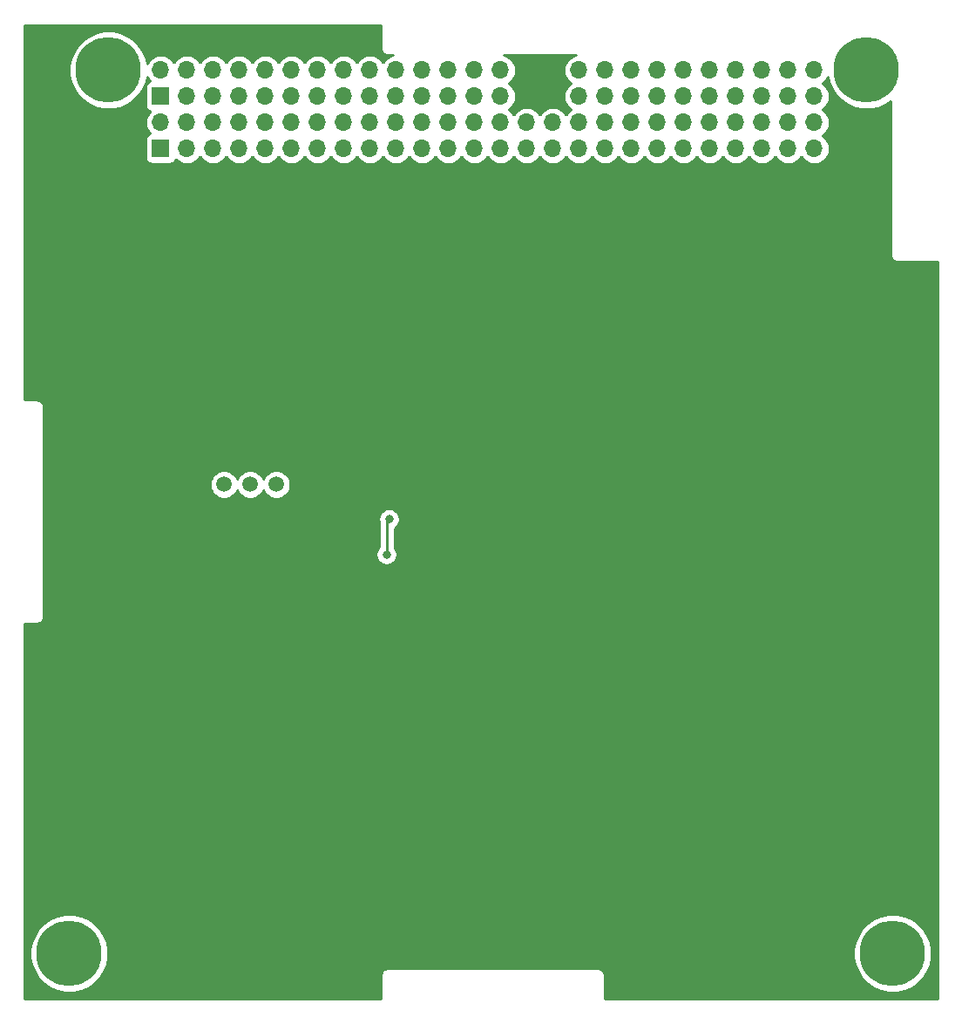
<source format=gbr>
G04 #@! TF.GenerationSoftware,KiCad,Pcbnew,(5.1.4)-1*
G04 #@! TF.CreationDate,2020-04-22T12:28:10-05:00*
G04 #@! TF.ProjectId,Boost,426f6f73-742e-46b6-9963-61645f706362,rev?*
G04 #@! TF.SameCoordinates,Original*
G04 #@! TF.FileFunction,Copper,L2,Bot*
G04 #@! TF.FilePolarity,Positive*
%FSLAX46Y46*%
G04 Gerber Fmt 4.6, Leading zero omitted, Abs format (unit mm)*
G04 Created by KiCad (PCBNEW (5.1.4)-1) date 2020-04-22 12:28:10*
%MOMM*%
%LPD*%
G04 APERTURE LIST*
%ADD10C,1.501000*%
%ADD11O,1.700000X1.700000*%
%ADD12R,1.700000X1.700000*%
%ADD13C,6.350000*%
%ADD14C,0.800000*%
%ADD15C,0.250000*%
%ADD16C,0.254000*%
G04 APERTURE END LIST*
D10*
X121208800Y-95072200D03*
X118668800Y-95072200D03*
X116128800Y-95072200D03*
D11*
X173489081Y-54864935D03*
X173489081Y-57404935D03*
X170949081Y-54864935D03*
X170949081Y-57404935D03*
X168409081Y-54864935D03*
X168409081Y-57404935D03*
X165869081Y-54864935D03*
X165869081Y-57404935D03*
X163329081Y-54864935D03*
X163329081Y-57404935D03*
X160789081Y-54864935D03*
X160789081Y-57404935D03*
X158249081Y-54864935D03*
X158249081Y-57404935D03*
X155709081Y-54864935D03*
X155709081Y-57404935D03*
X153169081Y-54864935D03*
X153169081Y-57404935D03*
X150629081Y-54864935D03*
X150629081Y-57404935D03*
X148089081Y-54864935D03*
X148089081Y-57404935D03*
X145549081Y-54864935D03*
X145549081Y-57404935D03*
X143009081Y-54864935D03*
X143009081Y-57404935D03*
X140469081Y-54864935D03*
X140469081Y-57404935D03*
X137929081Y-54864935D03*
X137929081Y-57404935D03*
X135389081Y-54864935D03*
X135389081Y-57404935D03*
X132849081Y-54864935D03*
X132849081Y-57404935D03*
X130309081Y-54864935D03*
X130309081Y-57404935D03*
X127769081Y-54864935D03*
X127769081Y-57404935D03*
X125229081Y-54864935D03*
X125229081Y-57404935D03*
X122689081Y-54864935D03*
X122689081Y-57404935D03*
X120149081Y-54864935D03*
X120149081Y-57404935D03*
X117609081Y-54864935D03*
X117609081Y-57404935D03*
X115069081Y-54864935D03*
X115069081Y-57404935D03*
X112529081Y-54864935D03*
X112529081Y-57404935D03*
X109989081Y-54864935D03*
D12*
X109989081Y-57404935D03*
D11*
X173489081Y-59944935D03*
X173489081Y-62484935D03*
X170949081Y-59944935D03*
X170949081Y-62484935D03*
X168409081Y-59944935D03*
X168409081Y-62484935D03*
X165869081Y-59944935D03*
X165869081Y-62484935D03*
X163329081Y-59944935D03*
X163329081Y-62484935D03*
X160789081Y-59944935D03*
X160789081Y-62484935D03*
X158249081Y-59944935D03*
X158249081Y-62484935D03*
X155709081Y-59944935D03*
X155709081Y-62484935D03*
X153169081Y-59944935D03*
X153169081Y-62484935D03*
X150629081Y-59944935D03*
X150629081Y-62484935D03*
X148089081Y-59944935D03*
X148089081Y-62484935D03*
X145549081Y-59944935D03*
X145549081Y-62484935D03*
X143009081Y-59944935D03*
X143009081Y-62484935D03*
X140469081Y-59944935D03*
X140469081Y-62484935D03*
X137929081Y-59944935D03*
X137929081Y-62484935D03*
X135389081Y-59944935D03*
X135389081Y-62484935D03*
X132849081Y-59944935D03*
X132849081Y-62484935D03*
X130309081Y-59944935D03*
X130309081Y-62484935D03*
X127769081Y-59944935D03*
X127769081Y-62484935D03*
X125229081Y-59944935D03*
X125229081Y-62484935D03*
X122689081Y-59944935D03*
X122689081Y-62484935D03*
X120149081Y-59944935D03*
X120149081Y-62484935D03*
X117609081Y-59944935D03*
X117609081Y-62484935D03*
X115069081Y-59944935D03*
X115069081Y-62484935D03*
X112529081Y-59944935D03*
X112529081Y-62484935D03*
X109989081Y-59944935D03*
D12*
X109989081Y-62484935D03*
D13*
X181102000Y-140589000D03*
X104902000Y-54864000D03*
X178562000Y-54864000D03*
X101092000Y-140589000D03*
D14*
X128397000Y-78308200D03*
X122682000Y-114046000D03*
X159105600Y-102362000D03*
X151612600Y-90500200D03*
X128676400Y-105511600D03*
X131013200Y-97790000D03*
X104470200Y-77749400D03*
X139801600Y-65709800D03*
X131927600Y-101879400D03*
X132181600Y-98450400D03*
D15*
X140469081Y-62484935D02*
X140970935Y-62484935D01*
X131927600Y-101879400D02*
X131927600Y-98704400D01*
X131927600Y-98704400D02*
X132181600Y-98450400D01*
D16*
G36*
X131370001Y-52670113D02*
G01*
X131366565Y-52705000D01*
X131380273Y-52844184D01*
X131420872Y-52978020D01*
X131486800Y-53101363D01*
X131575525Y-53209475D01*
X131683637Y-53298200D01*
X131806980Y-53364128D01*
X131940816Y-53404727D01*
X132045123Y-53415000D01*
X132080000Y-53418435D01*
X132114877Y-53415000D01*
X132513209Y-53415000D01*
X132278047Y-53486336D01*
X132020067Y-53624229D01*
X131793947Y-53809801D01*
X131608375Y-54035921D01*
X131579081Y-54090726D01*
X131549787Y-54035921D01*
X131364215Y-53809801D01*
X131138095Y-53624229D01*
X130880115Y-53486336D01*
X130600192Y-53401422D01*
X130382031Y-53379935D01*
X130236131Y-53379935D01*
X130017970Y-53401422D01*
X129738047Y-53486336D01*
X129480067Y-53624229D01*
X129253947Y-53809801D01*
X129068375Y-54035921D01*
X129039081Y-54090726D01*
X129009787Y-54035921D01*
X128824215Y-53809801D01*
X128598095Y-53624229D01*
X128340115Y-53486336D01*
X128060192Y-53401422D01*
X127842031Y-53379935D01*
X127696131Y-53379935D01*
X127477970Y-53401422D01*
X127198047Y-53486336D01*
X126940067Y-53624229D01*
X126713947Y-53809801D01*
X126528375Y-54035921D01*
X126499081Y-54090726D01*
X126469787Y-54035921D01*
X126284215Y-53809801D01*
X126058095Y-53624229D01*
X125800115Y-53486336D01*
X125520192Y-53401422D01*
X125302031Y-53379935D01*
X125156131Y-53379935D01*
X124937970Y-53401422D01*
X124658047Y-53486336D01*
X124400067Y-53624229D01*
X124173947Y-53809801D01*
X123988375Y-54035921D01*
X123959081Y-54090726D01*
X123929787Y-54035921D01*
X123744215Y-53809801D01*
X123518095Y-53624229D01*
X123260115Y-53486336D01*
X122980192Y-53401422D01*
X122762031Y-53379935D01*
X122616131Y-53379935D01*
X122397970Y-53401422D01*
X122118047Y-53486336D01*
X121860067Y-53624229D01*
X121633947Y-53809801D01*
X121448375Y-54035921D01*
X121419081Y-54090726D01*
X121389787Y-54035921D01*
X121204215Y-53809801D01*
X120978095Y-53624229D01*
X120720115Y-53486336D01*
X120440192Y-53401422D01*
X120222031Y-53379935D01*
X120076131Y-53379935D01*
X119857970Y-53401422D01*
X119578047Y-53486336D01*
X119320067Y-53624229D01*
X119093947Y-53809801D01*
X118908375Y-54035921D01*
X118879081Y-54090726D01*
X118849787Y-54035921D01*
X118664215Y-53809801D01*
X118438095Y-53624229D01*
X118180115Y-53486336D01*
X117900192Y-53401422D01*
X117682031Y-53379935D01*
X117536131Y-53379935D01*
X117317970Y-53401422D01*
X117038047Y-53486336D01*
X116780067Y-53624229D01*
X116553947Y-53809801D01*
X116368375Y-54035921D01*
X116339081Y-54090726D01*
X116309787Y-54035921D01*
X116124215Y-53809801D01*
X115898095Y-53624229D01*
X115640115Y-53486336D01*
X115360192Y-53401422D01*
X115142031Y-53379935D01*
X114996131Y-53379935D01*
X114777970Y-53401422D01*
X114498047Y-53486336D01*
X114240067Y-53624229D01*
X114013947Y-53809801D01*
X113828375Y-54035921D01*
X113799081Y-54090726D01*
X113769787Y-54035921D01*
X113584215Y-53809801D01*
X113358095Y-53624229D01*
X113100115Y-53486336D01*
X112820192Y-53401422D01*
X112602031Y-53379935D01*
X112456131Y-53379935D01*
X112237970Y-53401422D01*
X111958047Y-53486336D01*
X111700067Y-53624229D01*
X111473947Y-53809801D01*
X111288375Y-54035921D01*
X111259081Y-54090726D01*
X111229787Y-54035921D01*
X111044215Y-53809801D01*
X110818095Y-53624229D01*
X110560115Y-53486336D01*
X110280192Y-53401422D01*
X110062031Y-53379935D01*
X109916131Y-53379935D01*
X109697970Y-53401422D01*
X109418047Y-53486336D01*
X109160067Y-53624229D01*
X108933947Y-53809801D01*
X108748375Y-54035921D01*
X108656221Y-54208329D01*
X108565584Y-53752664D01*
X108278378Y-53059288D01*
X107861420Y-52435267D01*
X107330733Y-51904580D01*
X106706712Y-51487622D01*
X106013336Y-51200416D01*
X105277252Y-51054000D01*
X104526748Y-51054000D01*
X103790664Y-51200416D01*
X103097288Y-51487622D01*
X102473267Y-51904580D01*
X101942580Y-52435267D01*
X101525622Y-53059288D01*
X101238416Y-53752664D01*
X101092000Y-54488748D01*
X101092000Y-55239252D01*
X101238416Y-55975336D01*
X101525622Y-56668712D01*
X101942580Y-57292733D01*
X102473267Y-57823420D01*
X103097288Y-58240378D01*
X103790664Y-58527584D01*
X104526748Y-58674000D01*
X105277252Y-58674000D01*
X106013336Y-58527584D01*
X106706712Y-58240378D01*
X107330733Y-57823420D01*
X107861420Y-57292733D01*
X108278378Y-56668712D01*
X108565584Y-55975336D01*
X108655950Y-55521034D01*
X108748375Y-55693949D01*
X108933947Y-55920069D01*
X108963768Y-55944542D01*
X108894901Y-55965433D01*
X108784587Y-56024398D01*
X108687896Y-56103750D01*
X108608544Y-56200441D01*
X108549579Y-56310755D01*
X108513269Y-56430453D01*
X108501009Y-56554935D01*
X108501009Y-58254935D01*
X108513269Y-58379417D01*
X108549579Y-58499115D01*
X108608544Y-58609429D01*
X108687896Y-58706120D01*
X108784587Y-58785472D01*
X108894901Y-58844437D01*
X108963768Y-58865328D01*
X108933947Y-58889801D01*
X108748375Y-59115921D01*
X108610482Y-59373901D01*
X108525568Y-59653824D01*
X108496896Y-59944935D01*
X108525568Y-60236046D01*
X108610482Y-60515969D01*
X108748375Y-60773949D01*
X108933947Y-61000069D01*
X108963768Y-61024542D01*
X108894901Y-61045433D01*
X108784587Y-61104398D01*
X108687896Y-61183750D01*
X108608544Y-61280441D01*
X108549579Y-61390755D01*
X108513269Y-61510453D01*
X108501009Y-61634935D01*
X108501009Y-63334935D01*
X108513269Y-63459417D01*
X108549579Y-63579115D01*
X108608544Y-63689429D01*
X108687896Y-63786120D01*
X108784587Y-63865472D01*
X108894901Y-63924437D01*
X109014599Y-63960747D01*
X109139081Y-63973007D01*
X110839081Y-63973007D01*
X110963563Y-63960747D01*
X111083261Y-63924437D01*
X111193575Y-63865472D01*
X111290266Y-63786120D01*
X111369618Y-63689429D01*
X111428583Y-63579115D01*
X111449474Y-63510248D01*
X111473947Y-63540069D01*
X111700067Y-63725641D01*
X111958047Y-63863534D01*
X112237970Y-63948448D01*
X112456131Y-63969935D01*
X112602031Y-63969935D01*
X112820192Y-63948448D01*
X113100115Y-63863534D01*
X113358095Y-63725641D01*
X113584215Y-63540069D01*
X113769787Y-63313949D01*
X113799081Y-63259144D01*
X113828375Y-63313949D01*
X114013947Y-63540069D01*
X114240067Y-63725641D01*
X114498047Y-63863534D01*
X114777970Y-63948448D01*
X114996131Y-63969935D01*
X115142031Y-63969935D01*
X115360192Y-63948448D01*
X115640115Y-63863534D01*
X115898095Y-63725641D01*
X116124215Y-63540069D01*
X116309787Y-63313949D01*
X116339081Y-63259144D01*
X116368375Y-63313949D01*
X116553947Y-63540069D01*
X116780067Y-63725641D01*
X117038047Y-63863534D01*
X117317970Y-63948448D01*
X117536131Y-63969935D01*
X117682031Y-63969935D01*
X117900192Y-63948448D01*
X118180115Y-63863534D01*
X118438095Y-63725641D01*
X118664215Y-63540069D01*
X118849787Y-63313949D01*
X118879081Y-63259144D01*
X118908375Y-63313949D01*
X119093947Y-63540069D01*
X119320067Y-63725641D01*
X119578047Y-63863534D01*
X119857970Y-63948448D01*
X120076131Y-63969935D01*
X120222031Y-63969935D01*
X120440192Y-63948448D01*
X120720115Y-63863534D01*
X120978095Y-63725641D01*
X121204215Y-63540069D01*
X121389787Y-63313949D01*
X121419081Y-63259144D01*
X121448375Y-63313949D01*
X121633947Y-63540069D01*
X121860067Y-63725641D01*
X122118047Y-63863534D01*
X122397970Y-63948448D01*
X122616131Y-63969935D01*
X122762031Y-63969935D01*
X122980192Y-63948448D01*
X123260115Y-63863534D01*
X123518095Y-63725641D01*
X123744215Y-63540069D01*
X123929787Y-63313949D01*
X123959081Y-63259144D01*
X123988375Y-63313949D01*
X124173947Y-63540069D01*
X124400067Y-63725641D01*
X124658047Y-63863534D01*
X124937970Y-63948448D01*
X125156131Y-63969935D01*
X125302031Y-63969935D01*
X125520192Y-63948448D01*
X125800115Y-63863534D01*
X126058095Y-63725641D01*
X126284215Y-63540069D01*
X126469787Y-63313949D01*
X126499081Y-63259144D01*
X126528375Y-63313949D01*
X126713947Y-63540069D01*
X126940067Y-63725641D01*
X127198047Y-63863534D01*
X127477970Y-63948448D01*
X127696131Y-63969935D01*
X127842031Y-63969935D01*
X128060192Y-63948448D01*
X128340115Y-63863534D01*
X128598095Y-63725641D01*
X128824215Y-63540069D01*
X129009787Y-63313949D01*
X129039081Y-63259144D01*
X129068375Y-63313949D01*
X129253947Y-63540069D01*
X129480067Y-63725641D01*
X129738047Y-63863534D01*
X130017970Y-63948448D01*
X130236131Y-63969935D01*
X130382031Y-63969935D01*
X130600192Y-63948448D01*
X130880115Y-63863534D01*
X131138095Y-63725641D01*
X131364215Y-63540069D01*
X131549787Y-63313949D01*
X131579081Y-63259144D01*
X131608375Y-63313949D01*
X131793947Y-63540069D01*
X132020067Y-63725641D01*
X132278047Y-63863534D01*
X132557970Y-63948448D01*
X132776131Y-63969935D01*
X132922031Y-63969935D01*
X133140192Y-63948448D01*
X133420115Y-63863534D01*
X133678095Y-63725641D01*
X133904215Y-63540069D01*
X134089787Y-63313949D01*
X134119081Y-63259144D01*
X134148375Y-63313949D01*
X134333947Y-63540069D01*
X134560067Y-63725641D01*
X134818047Y-63863534D01*
X135097970Y-63948448D01*
X135316131Y-63969935D01*
X135462031Y-63969935D01*
X135680192Y-63948448D01*
X135960115Y-63863534D01*
X136218095Y-63725641D01*
X136444215Y-63540069D01*
X136629787Y-63313949D01*
X136659081Y-63259144D01*
X136688375Y-63313949D01*
X136873947Y-63540069D01*
X137100067Y-63725641D01*
X137358047Y-63863534D01*
X137637970Y-63948448D01*
X137856131Y-63969935D01*
X138002031Y-63969935D01*
X138220192Y-63948448D01*
X138500115Y-63863534D01*
X138758095Y-63725641D01*
X138984215Y-63540069D01*
X139169787Y-63313949D01*
X139199081Y-63259144D01*
X139228375Y-63313949D01*
X139413947Y-63540069D01*
X139640067Y-63725641D01*
X139898047Y-63863534D01*
X140177970Y-63948448D01*
X140396131Y-63969935D01*
X140542031Y-63969935D01*
X140760192Y-63948448D01*
X141040115Y-63863534D01*
X141298095Y-63725641D01*
X141524215Y-63540069D01*
X141709787Y-63313949D01*
X141739081Y-63259144D01*
X141768375Y-63313949D01*
X141953947Y-63540069D01*
X142180067Y-63725641D01*
X142438047Y-63863534D01*
X142717970Y-63948448D01*
X142936131Y-63969935D01*
X143082031Y-63969935D01*
X143300192Y-63948448D01*
X143580115Y-63863534D01*
X143838095Y-63725641D01*
X144064215Y-63540069D01*
X144249787Y-63313949D01*
X144279081Y-63259144D01*
X144308375Y-63313949D01*
X144493947Y-63540069D01*
X144720067Y-63725641D01*
X144978047Y-63863534D01*
X145257970Y-63948448D01*
X145476131Y-63969935D01*
X145622031Y-63969935D01*
X145840192Y-63948448D01*
X146120115Y-63863534D01*
X146378095Y-63725641D01*
X146604215Y-63540069D01*
X146789787Y-63313949D01*
X146819081Y-63259144D01*
X146848375Y-63313949D01*
X147033947Y-63540069D01*
X147260067Y-63725641D01*
X147518047Y-63863534D01*
X147797970Y-63948448D01*
X148016131Y-63969935D01*
X148162031Y-63969935D01*
X148380192Y-63948448D01*
X148660115Y-63863534D01*
X148918095Y-63725641D01*
X149144215Y-63540069D01*
X149329787Y-63313949D01*
X149359081Y-63259144D01*
X149388375Y-63313949D01*
X149573947Y-63540069D01*
X149800067Y-63725641D01*
X150058047Y-63863534D01*
X150337970Y-63948448D01*
X150556131Y-63969935D01*
X150702031Y-63969935D01*
X150920192Y-63948448D01*
X151200115Y-63863534D01*
X151458095Y-63725641D01*
X151684215Y-63540069D01*
X151869787Y-63313949D01*
X151899081Y-63259144D01*
X151928375Y-63313949D01*
X152113947Y-63540069D01*
X152340067Y-63725641D01*
X152598047Y-63863534D01*
X152877970Y-63948448D01*
X153096131Y-63969935D01*
X153242031Y-63969935D01*
X153460192Y-63948448D01*
X153740115Y-63863534D01*
X153998095Y-63725641D01*
X154224215Y-63540069D01*
X154409787Y-63313949D01*
X154439081Y-63259144D01*
X154468375Y-63313949D01*
X154653947Y-63540069D01*
X154880067Y-63725641D01*
X155138047Y-63863534D01*
X155417970Y-63948448D01*
X155636131Y-63969935D01*
X155782031Y-63969935D01*
X156000192Y-63948448D01*
X156280115Y-63863534D01*
X156538095Y-63725641D01*
X156764215Y-63540069D01*
X156949787Y-63313949D01*
X156979081Y-63259144D01*
X157008375Y-63313949D01*
X157193947Y-63540069D01*
X157420067Y-63725641D01*
X157678047Y-63863534D01*
X157957970Y-63948448D01*
X158176131Y-63969935D01*
X158322031Y-63969935D01*
X158540192Y-63948448D01*
X158820115Y-63863534D01*
X159078095Y-63725641D01*
X159304215Y-63540069D01*
X159489787Y-63313949D01*
X159519081Y-63259144D01*
X159548375Y-63313949D01*
X159733947Y-63540069D01*
X159960067Y-63725641D01*
X160218047Y-63863534D01*
X160497970Y-63948448D01*
X160716131Y-63969935D01*
X160862031Y-63969935D01*
X161080192Y-63948448D01*
X161360115Y-63863534D01*
X161618095Y-63725641D01*
X161844215Y-63540069D01*
X162029787Y-63313949D01*
X162059081Y-63259144D01*
X162088375Y-63313949D01*
X162273947Y-63540069D01*
X162500067Y-63725641D01*
X162758047Y-63863534D01*
X163037970Y-63948448D01*
X163256131Y-63969935D01*
X163402031Y-63969935D01*
X163620192Y-63948448D01*
X163900115Y-63863534D01*
X164158095Y-63725641D01*
X164384215Y-63540069D01*
X164569787Y-63313949D01*
X164599081Y-63259144D01*
X164628375Y-63313949D01*
X164813947Y-63540069D01*
X165040067Y-63725641D01*
X165298047Y-63863534D01*
X165577970Y-63948448D01*
X165796131Y-63969935D01*
X165942031Y-63969935D01*
X166160192Y-63948448D01*
X166440115Y-63863534D01*
X166698095Y-63725641D01*
X166924215Y-63540069D01*
X167109787Y-63313949D01*
X167139081Y-63259144D01*
X167168375Y-63313949D01*
X167353947Y-63540069D01*
X167580067Y-63725641D01*
X167838047Y-63863534D01*
X168117970Y-63948448D01*
X168336131Y-63969935D01*
X168482031Y-63969935D01*
X168700192Y-63948448D01*
X168980115Y-63863534D01*
X169238095Y-63725641D01*
X169464215Y-63540069D01*
X169649787Y-63313949D01*
X169679081Y-63259144D01*
X169708375Y-63313949D01*
X169893947Y-63540069D01*
X170120067Y-63725641D01*
X170378047Y-63863534D01*
X170657970Y-63948448D01*
X170876131Y-63969935D01*
X171022031Y-63969935D01*
X171240192Y-63948448D01*
X171520115Y-63863534D01*
X171778095Y-63725641D01*
X172004215Y-63540069D01*
X172189787Y-63313949D01*
X172219081Y-63259144D01*
X172248375Y-63313949D01*
X172433947Y-63540069D01*
X172660067Y-63725641D01*
X172918047Y-63863534D01*
X173197970Y-63948448D01*
X173416131Y-63969935D01*
X173562031Y-63969935D01*
X173780192Y-63948448D01*
X174060115Y-63863534D01*
X174318095Y-63725641D01*
X174544215Y-63540069D01*
X174729787Y-63313949D01*
X174867680Y-63055969D01*
X174952594Y-62776046D01*
X174981266Y-62484935D01*
X174952594Y-62193824D01*
X174867680Y-61913901D01*
X174729787Y-61655921D01*
X174544215Y-61429801D01*
X174318095Y-61244229D01*
X174263290Y-61214935D01*
X174318095Y-61185641D01*
X174544215Y-61000069D01*
X174729787Y-60773949D01*
X174867680Y-60515969D01*
X174952594Y-60236046D01*
X174981266Y-59944935D01*
X174952594Y-59653824D01*
X174867680Y-59373901D01*
X174729787Y-59115921D01*
X174544215Y-58889801D01*
X174318095Y-58704229D01*
X174263290Y-58674935D01*
X174318095Y-58645641D01*
X174544215Y-58460069D01*
X174729787Y-58233949D01*
X174867680Y-57975969D01*
X174952594Y-57696046D01*
X174981266Y-57404935D01*
X174952594Y-57113824D01*
X174867680Y-56833901D01*
X174729787Y-56575921D01*
X174544215Y-56349801D01*
X174318095Y-56164229D01*
X174263290Y-56134935D01*
X174318095Y-56105641D01*
X174544215Y-55920069D01*
X174729787Y-55693949D01*
X174811891Y-55540344D01*
X174898416Y-55975336D01*
X175185622Y-56668712D01*
X175602580Y-57292733D01*
X176133267Y-57823420D01*
X176757288Y-58240378D01*
X177450664Y-58527584D01*
X178186748Y-58674000D01*
X178937252Y-58674000D01*
X179673336Y-58527584D01*
X180366712Y-58240378D01*
X180900000Y-57884046D01*
X180900001Y-72736113D01*
X180896565Y-72771000D01*
X180910273Y-72910184D01*
X180950872Y-73044020D01*
X181016800Y-73167363D01*
X181105525Y-73275475D01*
X181213637Y-73364200D01*
X181336980Y-73430128D01*
X181470816Y-73470727D01*
X181575123Y-73481000D01*
X181610000Y-73484435D01*
X181644877Y-73481000D01*
X185472000Y-73481000D01*
X185472001Y-144959000D01*
X153110000Y-144959000D01*
X153110000Y-142782877D01*
X153113435Y-142748000D01*
X153099727Y-142608816D01*
X153059128Y-142474980D01*
X152993200Y-142351637D01*
X152904475Y-142243525D01*
X152796363Y-142154800D01*
X152673020Y-142088872D01*
X152539184Y-142048273D01*
X152434877Y-142038000D01*
X152400000Y-142034565D01*
X152365123Y-142038000D01*
X132114877Y-142038000D01*
X132080000Y-142034565D01*
X132045123Y-142038000D01*
X131940816Y-142048273D01*
X131806980Y-142088872D01*
X131683637Y-142154800D01*
X131575525Y-142243525D01*
X131486800Y-142351637D01*
X131420872Y-142474980D01*
X131380273Y-142608816D01*
X131366565Y-142748000D01*
X131370001Y-142782887D01*
X131370000Y-144959000D01*
X96722000Y-144959000D01*
X96722000Y-140213748D01*
X97282000Y-140213748D01*
X97282000Y-140964252D01*
X97428416Y-141700336D01*
X97715622Y-142393712D01*
X98132580Y-143017733D01*
X98663267Y-143548420D01*
X99287288Y-143965378D01*
X99980664Y-144252584D01*
X100716748Y-144399000D01*
X101467252Y-144399000D01*
X102203336Y-144252584D01*
X102896712Y-143965378D01*
X103520733Y-143548420D01*
X104051420Y-143017733D01*
X104468378Y-142393712D01*
X104755584Y-141700336D01*
X104902000Y-140964252D01*
X104902000Y-140213748D01*
X177292000Y-140213748D01*
X177292000Y-140964252D01*
X177438416Y-141700336D01*
X177725622Y-142393712D01*
X178142580Y-143017733D01*
X178673267Y-143548420D01*
X179297288Y-143965378D01*
X179990664Y-144252584D01*
X180726748Y-144399000D01*
X181477252Y-144399000D01*
X182213336Y-144252584D01*
X182906712Y-143965378D01*
X183530733Y-143548420D01*
X184061420Y-143017733D01*
X184478378Y-142393712D01*
X184765584Y-141700336D01*
X184912000Y-140964252D01*
X184912000Y-140213748D01*
X184765584Y-139477664D01*
X184478378Y-138784288D01*
X184061420Y-138160267D01*
X183530733Y-137629580D01*
X182906712Y-137212622D01*
X182213336Y-136925416D01*
X181477252Y-136779000D01*
X180726748Y-136779000D01*
X179990664Y-136925416D01*
X179297288Y-137212622D01*
X178673267Y-137629580D01*
X178142580Y-138160267D01*
X177725622Y-138784288D01*
X177438416Y-139477664D01*
X177292000Y-140213748D01*
X104902000Y-140213748D01*
X104755584Y-139477664D01*
X104468378Y-138784288D01*
X104051420Y-138160267D01*
X103520733Y-137629580D01*
X102896712Y-137212622D01*
X102203336Y-136925416D01*
X101467252Y-136779000D01*
X100716748Y-136779000D01*
X99980664Y-136925416D01*
X99287288Y-137212622D01*
X98663267Y-137629580D01*
X98132580Y-138160267D01*
X97715622Y-138784288D01*
X97428416Y-139477664D01*
X97282000Y-140213748D01*
X96722000Y-140213748D01*
X96722000Y-108583800D01*
X97882123Y-108583800D01*
X97917000Y-108587235D01*
X97951877Y-108583800D01*
X98056184Y-108573527D01*
X98190020Y-108532928D01*
X98313363Y-108467000D01*
X98421475Y-108378275D01*
X98510200Y-108270163D01*
X98576128Y-108146820D01*
X98616727Y-108012984D01*
X98630435Y-107873800D01*
X98627000Y-107838923D01*
X98627000Y-101777461D01*
X130892600Y-101777461D01*
X130892600Y-101981339D01*
X130932374Y-102181298D01*
X131010395Y-102369656D01*
X131123663Y-102539174D01*
X131267826Y-102683337D01*
X131437344Y-102796605D01*
X131625702Y-102874626D01*
X131825661Y-102914400D01*
X132029539Y-102914400D01*
X132229498Y-102874626D01*
X132417856Y-102796605D01*
X132587374Y-102683337D01*
X132731537Y-102539174D01*
X132844805Y-102369656D01*
X132922826Y-102181298D01*
X132962600Y-101981339D01*
X132962600Y-101777461D01*
X132922826Y-101577502D01*
X132844805Y-101389144D01*
X132731537Y-101219626D01*
X132687600Y-101175689D01*
X132687600Y-99357085D01*
X132841374Y-99254337D01*
X132985537Y-99110174D01*
X133098805Y-98940656D01*
X133176826Y-98752298D01*
X133216600Y-98552339D01*
X133216600Y-98348461D01*
X133176826Y-98148502D01*
X133098805Y-97960144D01*
X132985537Y-97790626D01*
X132841374Y-97646463D01*
X132671856Y-97533195D01*
X132483498Y-97455174D01*
X132283539Y-97415400D01*
X132079661Y-97415400D01*
X131879702Y-97455174D01*
X131691344Y-97533195D01*
X131521826Y-97646463D01*
X131377663Y-97790626D01*
X131264395Y-97960144D01*
X131186374Y-98148502D01*
X131146600Y-98348461D01*
X131146600Y-98552339D01*
X131168204Y-98660949D01*
X131163924Y-98704400D01*
X131167601Y-98741732D01*
X131167600Y-101175689D01*
X131123663Y-101219626D01*
X131010395Y-101389144D01*
X130932374Y-101577502D01*
X130892600Y-101777461D01*
X98627000Y-101777461D01*
X98627000Y-94935740D01*
X114743300Y-94935740D01*
X114743300Y-95208660D01*
X114796544Y-95476335D01*
X114900986Y-95728480D01*
X115052612Y-95955405D01*
X115245595Y-96148388D01*
X115472520Y-96300014D01*
X115724665Y-96404456D01*
X115992340Y-96457700D01*
X116265260Y-96457700D01*
X116532935Y-96404456D01*
X116785080Y-96300014D01*
X117012005Y-96148388D01*
X117204988Y-95955405D01*
X117356614Y-95728480D01*
X117398800Y-95626634D01*
X117440986Y-95728480D01*
X117592612Y-95955405D01*
X117785595Y-96148388D01*
X118012520Y-96300014D01*
X118264665Y-96404456D01*
X118532340Y-96457700D01*
X118805260Y-96457700D01*
X119072935Y-96404456D01*
X119325080Y-96300014D01*
X119552005Y-96148388D01*
X119744988Y-95955405D01*
X119896614Y-95728480D01*
X119938800Y-95626634D01*
X119980986Y-95728480D01*
X120132612Y-95955405D01*
X120325595Y-96148388D01*
X120552520Y-96300014D01*
X120804665Y-96404456D01*
X121072340Y-96457700D01*
X121345260Y-96457700D01*
X121612935Y-96404456D01*
X121865080Y-96300014D01*
X122092005Y-96148388D01*
X122284988Y-95955405D01*
X122436614Y-95728480D01*
X122541056Y-95476335D01*
X122594300Y-95208660D01*
X122594300Y-94935740D01*
X122541056Y-94668065D01*
X122436614Y-94415920D01*
X122284988Y-94188995D01*
X122092005Y-93996012D01*
X121865080Y-93844386D01*
X121612935Y-93739944D01*
X121345260Y-93686700D01*
X121072340Y-93686700D01*
X120804665Y-93739944D01*
X120552520Y-93844386D01*
X120325595Y-93996012D01*
X120132612Y-94188995D01*
X119980986Y-94415920D01*
X119938800Y-94517766D01*
X119896614Y-94415920D01*
X119744988Y-94188995D01*
X119552005Y-93996012D01*
X119325080Y-93844386D01*
X119072935Y-93739944D01*
X118805260Y-93686700D01*
X118532340Y-93686700D01*
X118264665Y-93739944D01*
X118012520Y-93844386D01*
X117785595Y-93996012D01*
X117592612Y-94188995D01*
X117440986Y-94415920D01*
X117398800Y-94517766D01*
X117356614Y-94415920D01*
X117204988Y-94188995D01*
X117012005Y-93996012D01*
X116785080Y-93844386D01*
X116532935Y-93739944D01*
X116265260Y-93686700D01*
X115992340Y-93686700D01*
X115724665Y-93739944D01*
X115472520Y-93844386D01*
X115245595Y-93996012D01*
X115052612Y-94188995D01*
X114900986Y-94415920D01*
X114796544Y-94668065D01*
X114743300Y-94935740D01*
X98627000Y-94935740D01*
X98627000Y-87614077D01*
X98630435Y-87579200D01*
X98616727Y-87440016D01*
X98576128Y-87306180D01*
X98510200Y-87182837D01*
X98421475Y-87074725D01*
X98313363Y-86986000D01*
X98190020Y-86920072D01*
X98056184Y-86879473D01*
X97951877Y-86869200D01*
X97917000Y-86865765D01*
X97882123Y-86869200D01*
X96722000Y-86869200D01*
X96722000Y-50494000D01*
X131370000Y-50494000D01*
X131370001Y-52670113D01*
X131370001Y-52670113D01*
G37*
X131370001Y-52670113D02*
X131366565Y-52705000D01*
X131380273Y-52844184D01*
X131420872Y-52978020D01*
X131486800Y-53101363D01*
X131575525Y-53209475D01*
X131683637Y-53298200D01*
X131806980Y-53364128D01*
X131940816Y-53404727D01*
X132045123Y-53415000D01*
X132080000Y-53418435D01*
X132114877Y-53415000D01*
X132513209Y-53415000D01*
X132278047Y-53486336D01*
X132020067Y-53624229D01*
X131793947Y-53809801D01*
X131608375Y-54035921D01*
X131579081Y-54090726D01*
X131549787Y-54035921D01*
X131364215Y-53809801D01*
X131138095Y-53624229D01*
X130880115Y-53486336D01*
X130600192Y-53401422D01*
X130382031Y-53379935D01*
X130236131Y-53379935D01*
X130017970Y-53401422D01*
X129738047Y-53486336D01*
X129480067Y-53624229D01*
X129253947Y-53809801D01*
X129068375Y-54035921D01*
X129039081Y-54090726D01*
X129009787Y-54035921D01*
X128824215Y-53809801D01*
X128598095Y-53624229D01*
X128340115Y-53486336D01*
X128060192Y-53401422D01*
X127842031Y-53379935D01*
X127696131Y-53379935D01*
X127477970Y-53401422D01*
X127198047Y-53486336D01*
X126940067Y-53624229D01*
X126713947Y-53809801D01*
X126528375Y-54035921D01*
X126499081Y-54090726D01*
X126469787Y-54035921D01*
X126284215Y-53809801D01*
X126058095Y-53624229D01*
X125800115Y-53486336D01*
X125520192Y-53401422D01*
X125302031Y-53379935D01*
X125156131Y-53379935D01*
X124937970Y-53401422D01*
X124658047Y-53486336D01*
X124400067Y-53624229D01*
X124173947Y-53809801D01*
X123988375Y-54035921D01*
X123959081Y-54090726D01*
X123929787Y-54035921D01*
X123744215Y-53809801D01*
X123518095Y-53624229D01*
X123260115Y-53486336D01*
X122980192Y-53401422D01*
X122762031Y-53379935D01*
X122616131Y-53379935D01*
X122397970Y-53401422D01*
X122118047Y-53486336D01*
X121860067Y-53624229D01*
X121633947Y-53809801D01*
X121448375Y-54035921D01*
X121419081Y-54090726D01*
X121389787Y-54035921D01*
X121204215Y-53809801D01*
X120978095Y-53624229D01*
X120720115Y-53486336D01*
X120440192Y-53401422D01*
X120222031Y-53379935D01*
X120076131Y-53379935D01*
X119857970Y-53401422D01*
X119578047Y-53486336D01*
X119320067Y-53624229D01*
X119093947Y-53809801D01*
X118908375Y-54035921D01*
X118879081Y-54090726D01*
X118849787Y-54035921D01*
X118664215Y-53809801D01*
X118438095Y-53624229D01*
X118180115Y-53486336D01*
X117900192Y-53401422D01*
X117682031Y-53379935D01*
X117536131Y-53379935D01*
X117317970Y-53401422D01*
X117038047Y-53486336D01*
X116780067Y-53624229D01*
X116553947Y-53809801D01*
X116368375Y-54035921D01*
X116339081Y-54090726D01*
X116309787Y-54035921D01*
X116124215Y-53809801D01*
X115898095Y-53624229D01*
X115640115Y-53486336D01*
X115360192Y-53401422D01*
X115142031Y-53379935D01*
X114996131Y-53379935D01*
X114777970Y-53401422D01*
X114498047Y-53486336D01*
X114240067Y-53624229D01*
X114013947Y-53809801D01*
X113828375Y-54035921D01*
X113799081Y-54090726D01*
X113769787Y-54035921D01*
X113584215Y-53809801D01*
X113358095Y-53624229D01*
X113100115Y-53486336D01*
X112820192Y-53401422D01*
X112602031Y-53379935D01*
X112456131Y-53379935D01*
X112237970Y-53401422D01*
X111958047Y-53486336D01*
X111700067Y-53624229D01*
X111473947Y-53809801D01*
X111288375Y-54035921D01*
X111259081Y-54090726D01*
X111229787Y-54035921D01*
X111044215Y-53809801D01*
X110818095Y-53624229D01*
X110560115Y-53486336D01*
X110280192Y-53401422D01*
X110062031Y-53379935D01*
X109916131Y-53379935D01*
X109697970Y-53401422D01*
X109418047Y-53486336D01*
X109160067Y-53624229D01*
X108933947Y-53809801D01*
X108748375Y-54035921D01*
X108656221Y-54208329D01*
X108565584Y-53752664D01*
X108278378Y-53059288D01*
X107861420Y-52435267D01*
X107330733Y-51904580D01*
X106706712Y-51487622D01*
X106013336Y-51200416D01*
X105277252Y-51054000D01*
X104526748Y-51054000D01*
X103790664Y-51200416D01*
X103097288Y-51487622D01*
X102473267Y-51904580D01*
X101942580Y-52435267D01*
X101525622Y-53059288D01*
X101238416Y-53752664D01*
X101092000Y-54488748D01*
X101092000Y-55239252D01*
X101238416Y-55975336D01*
X101525622Y-56668712D01*
X101942580Y-57292733D01*
X102473267Y-57823420D01*
X103097288Y-58240378D01*
X103790664Y-58527584D01*
X104526748Y-58674000D01*
X105277252Y-58674000D01*
X106013336Y-58527584D01*
X106706712Y-58240378D01*
X107330733Y-57823420D01*
X107861420Y-57292733D01*
X108278378Y-56668712D01*
X108565584Y-55975336D01*
X108655950Y-55521034D01*
X108748375Y-55693949D01*
X108933947Y-55920069D01*
X108963768Y-55944542D01*
X108894901Y-55965433D01*
X108784587Y-56024398D01*
X108687896Y-56103750D01*
X108608544Y-56200441D01*
X108549579Y-56310755D01*
X108513269Y-56430453D01*
X108501009Y-56554935D01*
X108501009Y-58254935D01*
X108513269Y-58379417D01*
X108549579Y-58499115D01*
X108608544Y-58609429D01*
X108687896Y-58706120D01*
X108784587Y-58785472D01*
X108894901Y-58844437D01*
X108963768Y-58865328D01*
X108933947Y-58889801D01*
X108748375Y-59115921D01*
X108610482Y-59373901D01*
X108525568Y-59653824D01*
X108496896Y-59944935D01*
X108525568Y-60236046D01*
X108610482Y-60515969D01*
X108748375Y-60773949D01*
X108933947Y-61000069D01*
X108963768Y-61024542D01*
X108894901Y-61045433D01*
X108784587Y-61104398D01*
X108687896Y-61183750D01*
X108608544Y-61280441D01*
X108549579Y-61390755D01*
X108513269Y-61510453D01*
X108501009Y-61634935D01*
X108501009Y-63334935D01*
X108513269Y-63459417D01*
X108549579Y-63579115D01*
X108608544Y-63689429D01*
X108687896Y-63786120D01*
X108784587Y-63865472D01*
X108894901Y-63924437D01*
X109014599Y-63960747D01*
X109139081Y-63973007D01*
X110839081Y-63973007D01*
X110963563Y-63960747D01*
X111083261Y-63924437D01*
X111193575Y-63865472D01*
X111290266Y-63786120D01*
X111369618Y-63689429D01*
X111428583Y-63579115D01*
X111449474Y-63510248D01*
X111473947Y-63540069D01*
X111700067Y-63725641D01*
X111958047Y-63863534D01*
X112237970Y-63948448D01*
X112456131Y-63969935D01*
X112602031Y-63969935D01*
X112820192Y-63948448D01*
X113100115Y-63863534D01*
X113358095Y-63725641D01*
X113584215Y-63540069D01*
X113769787Y-63313949D01*
X113799081Y-63259144D01*
X113828375Y-63313949D01*
X114013947Y-63540069D01*
X114240067Y-63725641D01*
X114498047Y-63863534D01*
X114777970Y-63948448D01*
X114996131Y-63969935D01*
X115142031Y-63969935D01*
X115360192Y-63948448D01*
X115640115Y-63863534D01*
X115898095Y-63725641D01*
X116124215Y-63540069D01*
X116309787Y-63313949D01*
X116339081Y-63259144D01*
X116368375Y-63313949D01*
X116553947Y-63540069D01*
X116780067Y-63725641D01*
X117038047Y-63863534D01*
X117317970Y-63948448D01*
X117536131Y-63969935D01*
X117682031Y-63969935D01*
X117900192Y-63948448D01*
X118180115Y-63863534D01*
X118438095Y-63725641D01*
X118664215Y-63540069D01*
X118849787Y-63313949D01*
X118879081Y-63259144D01*
X118908375Y-63313949D01*
X119093947Y-63540069D01*
X119320067Y-63725641D01*
X119578047Y-63863534D01*
X119857970Y-63948448D01*
X120076131Y-63969935D01*
X120222031Y-63969935D01*
X120440192Y-63948448D01*
X120720115Y-63863534D01*
X120978095Y-63725641D01*
X121204215Y-63540069D01*
X121389787Y-63313949D01*
X121419081Y-63259144D01*
X121448375Y-63313949D01*
X121633947Y-63540069D01*
X121860067Y-63725641D01*
X122118047Y-63863534D01*
X122397970Y-63948448D01*
X122616131Y-63969935D01*
X122762031Y-63969935D01*
X122980192Y-63948448D01*
X123260115Y-63863534D01*
X123518095Y-63725641D01*
X123744215Y-63540069D01*
X123929787Y-63313949D01*
X123959081Y-63259144D01*
X123988375Y-63313949D01*
X124173947Y-63540069D01*
X124400067Y-63725641D01*
X124658047Y-63863534D01*
X124937970Y-63948448D01*
X125156131Y-63969935D01*
X125302031Y-63969935D01*
X125520192Y-63948448D01*
X125800115Y-63863534D01*
X126058095Y-63725641D01*
X126284215Y-63540069D01*
X126469787Y-63313949D01*
X126499081Y-63259144D01*
X126528375Y-63313949D01*
X126713947Y-63540069D01*
X126940067Y-63725641D01*
X127198047Y-63863534D01*
X127477970Y-63948448D01*
X127696131Y-63969935D01*
X127842031Y-63969935D01*
X128060192Y-63948448D01*
X128340115Y-63863534D01*
X128598095Y-63725641D01*
X128824215Y-63540069D01*
X129009787Y-63313949D01*
X129039081Y-63259144D01*
X129068375Y-63313949D01*
X129253947Y-63540069D01*
X129480067Y-63725641D01*
X129738047Y-63863534D01*
X130017970Y-63948448D01*
X130236131Y-63969935D01*
X130382031Y-63969935D01*
X130600192Y-63948448D01*
X130880115Y-63863534D01*
X131138095Y-63725641D01*
X131364215Y-63540069D01*
X131549787Y-63313949D01*
X131579081Y-63259144D01*
X131608375Y-63313949D01*
X131793947Y-63540069D01*
X132020067Y-63725641D01*
X132278047Y-63863534D01*
X132557970Y-63948448D01*
X132776131Y-63969935D01*
X132922031Y-63969935D01*
X133140192Y-63948448D01*
X133420115Y-63863534D01*
X133678095Y-63725641D01*
X133904215Y-63540069D01*
X134089787Y-63313949D01*
X134119081Y-63259144D01*
X134148375Y-63313949D01*
X134333947Y-63540069D01*
X134560067Y-63725641D01*
X134818047Y-63863534D01*
X135097970Y-63948448D01*
X135316131Y-63969935D01*
X135462031Y-63969935D01*
X135680192Y-63948448D01*
X135960115Y-63863534D01*
X136218095Y-63725641D01*
X136444215Y-63540069D01*
X136629787Y-63313949D01*
X136659081Y-63259144D01*
X136688375Y-63313949D01*
X136873947Y-63540069D01*
X137100067Y-63725641D01*
X137358047Y-63863534D01*
X137637970Y-63948448D01*
X137856131Y-63969935D01*
X138002031Y-63969935D01*
X138220192Y-63948448D01*
X138500115Y-63863534D01*
X138758095Y-63725641D01*
X138984215Y-63540069D01*
X139169787Y-63313949D01*
X139199081Y-63259144D01*
X139228375Y-63313949D01*
X139413947Y-63540069D01*
X139640067Y-63725641D01*
X139898047Y-63863534D01*
X140177970Y-63948448D01*
X140396131Y-63969935D01*
X140542031Y-63969935D01*
X140760192Y-63948448D01*
X141040115Y-63863534D01*
X141298095Y-63725641D01*
X141524215Y-63540069D01*
X141709787Y-63313949D01*
X141739081Y-63259144D01*
X141768375Y-63313949D01*
X141953947Y-63540069D01*
X142180067Y-63725641D01*
X142438047Y-63863534D01*
X142717970Y-63948448D01*
X142936131Y-63969935D01*
X143082031Y-63969935D01*
X143300192Y-63948448D01*
X143580115Y-63863534D01*
X143838095Y-63725641D01*
X144064215Y-63540069D01*
X144249787Y-63313949D01*
X144279081Y-63259144D01*
X144308375Y-63313949D01*
X144493947Y-63540069D01*
X144720067Y-63725641D01*
X144978047Y-63863534D01*
X145257970Y-63948448D01*
X145476131Y-63969935D01*
X145622031Y-63969935D01*
X145840192Y-63948448D01*
X146120115Y-63863534D01*
X146378095Y-63725641D01*
X146604215Y-63540069D01*
X146789787Y-63313949D01*
X146819081Y-63259144D01*
X146848375Y-63313949D01*
X147033947Y-63540069D01*
X147260067Y-63725641D01*
X147518047Y-63863534D01*
X147797970Y-63948448D01*
X148016131Y-63969935D01*
X148162031Y-63969935D01*
X148380192Y-63948448D01*
X148660115Y-63863534D01*
X148918095Y-63725641D01*
X149144215Y-63540069D01*
X149329787Y-63313949D01*
X149359081Y-63259144D01*
X149388375Y-63313949D01*
X149573947Y-63540069D01*
X149800067Y-63725641D01*
X150058047Y-63863534D01*
X150337970Y-63948448D01*
X150556131Y-63969935D01*
X150702031Y-63969935D01*
X150920192Y-63948448D01*
X151200115Y-63863534D01*
X151458095Y-63725641D01*
X151684215Y-63540069D01*
X151869787Y-63313949D01*
X151899081Y-63259144D01*
X151928375Y-63313949D01*
X152113947Y-63540069D01*
X152340067Y-63725641D01*
X152598047Y-63863534D01*
X152877970Y-63948448D01*
X153096131Y-63969935D01*
X153242031Y-63969935D01*
X153460192Y-63948448D01*
X153740115Y-63863534D01*
X153998095Y-63725641D01*
X154224215Y-63540069D01*
X154409787Y-63313949D01*
X154439081Y-63259144D01*
X154468375Y-63313949D01*
X154653947Y-63540069D01*
X154880067Y-63725641D01*
X155138047Y-63863534D01*
X155417970Y-63948448D01*
X155636131Y-63969935D01*
X155782031Y-63969935D01*
X156000192Y-63948448D01*
X156280115Y-63863534D01*
X156538095Y-63725641D01*
X156764215Y-63540069D01*
X156949787Y-63313949D01*
X156979081Y-63259144D01*
X157008375Y-63313949D01*
X157193947Y-63540069D01*
X157420067Y-63725641D01*
X157678047Y-63863534D01*
X157957970Y-63948448D01*
X158176131Y-63969935D01*
X158322031Y-63969935D01*
X158540192Y-63948448D01*
X158820115Y-63863534D01*
X159078095Y-63725641D01*
X159304215Y-63540069D01*
X159489787Y-63313949D01*
X159519081Y-63259144D01*
X159548375Y-63313949D01*
X159733947Y-63540069D01*
X159960067Y-63725641D01*
X160218047Y-63863534D01*
X160497970Y-63948448D01*
X160716131Y-63969935D01*
X160862031Y-63969935D01*
X161080192Y-63948448D01*
X161360115Y-63863534D01*
X161618095Y-63725641D01*
X161844215Y-63540069D01*
X162029787Y-63313949D01*
X162059081Y-63259144D01*
X162088375Y-63313949D01*
X162273947Y-63540069D01*
X162500067Y-63725641D01*
X162758047Y-63863534D01*
X163037970Y-63948448D01*
X163256131Y-63969935D01*
X163402031Y-63969935D01*
X163620192Y-63948448D01*
X163900115Y-63863534D01*
X164158095Y-63725641D01*
X164384215Y-63540069D01*
X164569787Y-63313949D01*
X164599081Y-63259144D01*
X164628375Y-63313949D01*
X164813947Y-63540069D01*
X165040067Y-63725641D01*
X165298047Y-63863534D01*
X165577970Y-63948448D01*
X165796131Y-63969935D01*
X165942031Y-63969935D01*
X166160192Y-63948448D01*
X166440115Y-63863534D01*
X166698095Y-63725641D01*
X166924215Y-63540069D01*
X167109787Y-63313949D01*
X167139081Y-63259144D01*
X167168375Y-63313949D01*
X167353947Y-63540069D01*
X167580067Y-63725641D01*
X167838047Y-63863534D01*
X168117970Y-63948448D01*
X168336131Y-63969935D01*
X168482031Y-63969935D01*
X168700192Y-63948448D01*
X168980115Y-63863534D01*
X169238095Y-63725641D01*
X169464215Y-63540069D01*
X169649787Y-63313949D01*
X169679081Y-63259144D01*
X169708375Y-63313949D01*
X169893947Y-63540069D01*
X170120067Y-63725641D01*
X170378047Y-63863534D01*
X170657970Y-63948448D01*
X170876131Y-63969935D01*
X171022031Y-63969935D01*
X171240192Y-63948448D01*
X171520115Y-63863534D01*
X171778095Y-63725641D01*
X172004215Y-63540069D01*
X172189787Y-63313949D01*
X172219081Y-63259144D01*
X172248375Y-63313949D01*
X172433947Y-63540069D01*
X172660067Y-63725641D01*
X172918047Y-63863534D01*
X173197970Y-63948448D01*
X173416131Y-63969935D01*
X173562031Y-63969935D01*
X173780192Y-63948448D01*
X174060115Y-63863534D01*
X174318095Y-63725641D01*
X174544215Y-63540069D01*
X174729787Y-63313949D01*
X174867680Y-63055969D01*
X174952594Y-62776046D01*
X174981266Y-62484935D01*
X174952594Y-62193824D01*
X174867680Y-61913901D01*
X174729787Y-61655921D01*
X174544215Y-61429801D01*
X174318095Y-61244229D01*
X174263290Y-61214935D01*
X174318095Y-61185641D01*
X174544215Y-61000069D01*
X174729787Y-60773949D01*
X174867680Y-60515969D01*
X174952594Y-60236046D01*
X174981266Y-59944935D01*
X174952594Y-59653824D01*
X174867680Y-59373901D01*
X174729787Y-59115921D01*
X174544215Y-58889801D01*
X174318095Y-58704229D01*
X174263290Y-58674935D01*
X174318095Y-58645641D01*
X174544215Y-58460069D01*
X174729787Y-58233949D01*
X174867680Y-57975969D01*
X174952594Y-57696046D01*
X174981266Y-57404935D01*
X174952594Y-57113824D01*
X174867680Y-56833901D01*
X174729787Y-56575921D01*
X174544215Y-56349801D01*
X174318095Y-56164229D01*
X174263290Y-56134935D01*
X174318095Y-56105641D01*
X174544215Y-55920069D01*
X174729787Y-55693949D01*
X174811891Y-55540344D01*
X174898416Y-55975336D01*
X175185622Y-56668712D01*
X175602580Y-57292733D01*
X176133267Y-57823420D01*
X176757288Y-58240378D01*
X177450664Y-58527584D01*
X178186748Y-58674000D01*
X178937252Y-58674000D01*
X179673336Y-58527584D01*
X180366712Y-58240378D01*
X180900000Y-57884046D01*
X180900001Y-72736113D01*
X180896565Y-72771000D01*
X180910273Y-72910184D01*
X180950872Y-73044020D01*
X181016800Y-73167363D01*
X181105525Y-73275475D01*
X181213637Y-73364200D01*
X181336980Y-73430128D01*
X181470816Y-73470727D01*
X181575123Y-73481000D01*
X181610000Y-73484435D01*
X181644877Y-73481000D01*
X185472000Y-73481000D01*
X185472001Y-144959000D01*
X153110000Y-144959000D01*
X153110000Y-142782877D01*
X153113435Y-142748000D01*
X153099727Y-142608816D01*
X153059128Y-142474980D01*
X152993200Y-142351637D01*
X152904475Y-142243525D01*
X152796363Y-142154800D01*
X152673020Y-142088872D01*
X152539184Y-142048273D01*
X152434877Y-142038000D01*
X152400000Y-142034565D01*
X152365123Y-142038000D01*
X132114877Y-142038000D01*
X132080000Y-142034565D01*
X132045123Y-142038000D01*
X131940816Y-142048273D01*
X131806980Y-142088872D01*
X131683637Y-142154800D01*
X131575525Y-142243525D01*
X131486800Y-142351637D01*
X131420872Y-142474980D01*
X131380273Y-142608816D01*
X131366565Y-142748000D01*
X131370001Y-142782887D01*
X131370000Y-144959000D01*
X96722000Y-144959000D01*
X96722000Y-140213748D01*
X97282000Y-140213748D01*
X97282000Y-140964252D01*
X97428416Y-141700336D01*
X97715622Y-142393712D01*
X98132580Y-143017733D01*
X98663267Y-143548420D01*
X99287288Y-143965378D01*
X99980664Y-144252584D01*
X100716748Y-144399000D01*
X101467252Y-144399000D01*
X102203336Y-144252584D01*
X102896712Y-143965378D01*
X103520733Y-143548420D01*
X104051420Y-143017733D01*
X104468378Y-142393712D01*
X104755584Y-141700336D01*
X104902000Y-140964252D01*
X104902000Y-140213748D01*
X177292000Y-140213748D01*
X177292000Y-140964252D01*
X177438416Y-141700336D01*
X177725622Y-142393712D01*
X178142580Y-143017733D01*
X178673267Y-143548420D01*
X179297288Y-143965378D01*
X179990664Y-144252584D01*
X180726748Y-144399000D01*
X181477252Y-144399000D01*
X182213336Y-144252584D01*
X182906712Y-143965378D01*
X183530733Y-143548420D01*
X184061420Y-143017733D01*
X184478378Y-142393712D01*
X184765584Y-141700336D01*
X184912000Y-140964252D01*
X184912000Y-140213748D01*
X184765584Y-139477664D01*
X184478378Y-138784288D01*
X184061420Y-138160267D01*
X183530733Y-137629580D01*
X182906712Y-137212622D01*
X182213336Y-136925416D01*
X181477252Y-136779000D01*
X180726748Y-136779000D01*
X179990664Y-136925416D01*
X179297288Y-137212622D01*
X178673267Y-137629580D01*
X178142580Y-138160267D01*
X177725622Y-138784288D01*
X177438416Y-139477664D01*
X177292000Y-140213748D01*
X104902000Y-140213748D01*
X104755584Y-139477664D01*
X104468378Y-138784288D01*
X104051420Y-138160267D01*
X103520733Y-137629580D01*
X102896712Y-137212622D01*
X102203336Y-136925416D01*
X101467252Y-136779000D01*
X100716748Y-136779000D01*
X99980664Y-136925416D01*
X99287288Y-137212622D01*
X98663267Y-137629580D01*
X98132580Y-138160267D01*
X97715622Y-138784288D01*
X97428416Y-139477664D01*
X97282000Y-140213748D01*
X96722000Y-140213748D01*
X96722000Y-108583800D01*
X97882123Y-108583800D01*
X97917000Y-108587235D01*
X97951877Y-108583800D01*
X98056184Y-108573527D01*
X98190020Y-108532928D01*
X98313363Y-108467000D01*
X98421475Y-108378275D01*
X98510200Y-108270163D01*
X98576128Y-108146820D01*
X98616727Y-108012984D01*
X98630435Y-107873800D01*
X98627000Y-107838923D01*
X98627000Y-101777461D01*
X130892600Y-101777461D01*
X130892600Y-101981339D01*
X130932374Y-102181298D01*
X131010395Y-102369656D01*
X131123663Y-102539174D01*
X131267826Y-102683337D01*
X131437344Y-102796605D01*
X131625702Y-102874626D01*
X131825661Y-102914400D01*
X132029539Y-102914400D01*
X132229498Y-102874626D01*
X132417856Y-102796605D01*
X132587374Y-102683337D01*
X132731537Y-102539174D01*
X132844805Y-102369656D01*
X132922826Y-102181298D01*
X132962600Y-101981339D01*
X132962600Y-101777461D01*
X132922826Y-101577502D01*
X132844805Y-101389144D01*
X132731537Y-101219626D01*
X132687600Y-101175689D01*
X132687600Y-99357085D01*
X132841374Y-99254337D01*
X132985537Y-99110174D01*
X133098805Y-98940656D01*
X133176826Y-98752298D01*
X133216600Y-98552339D01*
X133216600Y-98348461D01*
X133176826Y-98148502D01*
X133098805Y-97960144D01*
X132985537Y-97790626D01*
X132841374Y-97646463D01*
X132671856Y-97533195D01*
X132483498Y-97455174D01*
X132283539Y-97415400D01*
X132079661Y-97415400D01*
X131879702Y-97455174D01*
X131691344Y-97533195D01*
X131521826Y-97646463D01*
X131377663Y-97790626D01*
X131264395Y-97960144D01*
X131186374Y-98148502D01*
X131146600Y-98348461D01*
X131146600Y-98552339D01*
X131168204Y-98660949D01*
X131163924Y-98704400D01*
X131167601Y-98741732D01*
X131167600Y-101175689D01*
X131123663Y-101219626D01*
X131010395Y-101389144D01*
X130932374Y-101577502D01*
X130892600Y-101777461D01*
X98627000Y-101777461D01*
X98627000Y-94935740D01*
X114743300Y-94935740D01*
X114743300Y-95208660D01*
X114796544Y-95476335D01*
X114900986Y-95728480D01*
X115052612Y-95955405D01*
X115245595Y-96148388D01*
X115472520Y-96300014D01*
X115724665Y-96404456D01*
X115992340Y-96457700D01*
X116265260Y-96457700D01*
X116532935Y-96404456D01*
X116785080Y-96300014D01*
X117012005Y-96148388D01*
X117204988Y-95955405D01*
X117356614Y-95728480D01*
X117398800Y-95626634D01*
X117440986Y-95728480D01*
X117592612Y-95955405D01*
X117785595Y-96148388D01*
X118012520Y-96300014D01*
X118264665Y-96404456D01*
X118532340Y-96457700D01*
X118805260Y-96457700D01*
X119072935Y-96404456D01*
X119325080Y-96300014D01*
X119552005Y-96148388D01*
X119744988Y-95955405D01*
X119896614Y-95728480D01*
X119938800Y-95626634D01*
X119980986Y-95728480D01*
X120132612Y-95955405D01*
X120325595Y-96148388D01*
X120552520Y-96300014D01*
X120804665Y-96404456D01*
X121072340Y-96457700D01*
X121345260Y-96457700D01*
X121612935Y-96404456D01*
X121865080Y-96300014D01*
X122092005Y-96148388D01*
X122284988Y-95955405D01*
X122436614Y-95728480D01*
X122541056Y-95476335D01*
X122594300Y-95208660D01*
X122594300Y-94935740D01*
X122541056Y-94668065D01*
X122436614Y-94415920D01*
X122284988Y-94188995D01*
X122092005Y-93996012D01*
X121865080Y-93844386D01*
X121612935Y-93739944D01*
X121345260Y-93686700D01*
X121072340Y-93686700D01*
X120804665Y-93739944D01*
X120552520Y-93844386D01*
X120325595Y-93996012D01*
X120132612Y-94188995D01*
X119980986Y-94415920D01*
X119938800Y-94517766D01*
X119896614Y-94415920D01*
X119744988Y-94188995D01*
X119552005Y-93996012D01*
X119325080Y-93844386D01*
X119072935Y-93739944D01*
X118805260Y-93686700D01*
X118532340Y-93686700D01*
X118264665Y-93739944D01*
X118012520Y-93844386D01*
X117785595Y-93996012D01*
X117592612Y-94188995D01*
X117440986Y-94415920D01*
X117398800Y-94517766D01*
X117356614Y-94415920D01*
X117204988Y-94188995D01*
X117012005Y-93996012D01*
X116785080Y-93844386D01*
X116532935Y-93739944D01*
X116265260Y-93686700D01*
X115992340Y-93686700D01*
X115724665Y-93739944D01*
X115472520Y-93844386D01*
X115245595Y-93996012D01*
X115052612Y-94188995D01*
X114900986Y-94415920D01*
X114796544Y-94668065D01*
X114743300Y-94935740D01*
X98627000Y-94935740D01*
X98627000Y-87614077D01*
X98630435Y-87579200D01*
X98616727Y-87440016D01*
X98576128Y-87306180D01*
X98510200Y-87182837D01*
X98421475Y-87074725D01*
X98313363Y-86986000D01*
X98190020Y-86920072D01*
X98056184Y-86879473D01*
X97951877Y-86869200D01*
X97917000Y-86865765D01*
X97882123Y-86869200D01*
X96722000Y-86869200D01*
X96722000Y-50494000D01*
X131370000Y-50494000D01*
X131370001Y-52670113D01*
G36*
X150058047Y-53486336D02*
G01*
X149800067Y-53624229D01*
X149573947Y-53809801D01*
X149388375Y-54035921D01*
X149250482Y-54293901D01*
X149165568Y-54573824D01*
X149136896Y-54864935D01*
X149165568Y-55156046D01*
X149250482Y-55435969D01*
X149388375Y-55693949D01*
X149573947Y-55920069D01*
X149800067Y-56105641D01*
X149854872Y-56134935D01*
X149800067Y-56164229D01*
X149573947Y-56349801D01*
X149388375Y-56575921D01*
X149250482Y-56833901D01*
X149165568Y-57113824D01*
X149136896Y-57404935D01*
X149165568Y-57696046D01*
X149250482Y-57975969D01*
X149388375Y-58233949D01*
X149573947Y-58460069D01*
X149800067Y-58645641D01*
X149854872Y-58674935D01*
X149800067Y-58704229D01*
X149573947Y-58889801D01*
X149388375Y-59115921D01*
X149359081Y-59170726D01*
X149329787Y-59115921D01*
X149144215Y-58889801D01*
X148918095Y-58704229D01*
X148660115Y-58566336D01*
X148380192Y-58481422D01*
X148162031Y-58459935D01*
X148016131Y-58459935D01*
X147797970Y-58481422D01*
X147518047Y-58566336D01*
X147260067Y-58704229D01*
X147033947Y-58889801D01*
X146848375Y-59115921D01*
X146819081Y-59170726D01*
X146789787Y-59115921D01*
X146604215Y-58889801D01*
X146378095Y-58704229D01*
X146120115Y-58566336D01*
X145840192Y-58481422D01*
X145622031Y-58459935D01*
X145476131Y-58459935D01*
X145257970Y-58481422D01*
X144978047Y-58566336D01*
X144720067Y-58704229D01*
X144493947Y-58889801D01*
X144308375Y-59115921D01*
X144279081Y-59170726D01*
X144249787Y-59115921D01*
X144064215Y-58889801D01*
X143838095Y-58704229D01*
X143783290Y-58674935D01*
X143838095Y-58645641D01*
X144064215Y-58460069D01*
X144249787Y-58233949D01*
X144387680Y-57975969D01*
X144472594Y-57696046D01*
X144501266Y-57404935D01*
X144472594Y-57113824D01*
X144387680Y-56833901D01*
X144249787Y-56575921D01*
X144064215Y-56349801D01*
X143838095Y-56164229D01*
X143783290Y-56134935D01*
X143838095Y-56105641D01*
X144064215Y-55920069D01*
X144249787Y-55693949D01*
X144387680Y-55435969D01*
X144472594Y-55156046D01*
X144501266Y-54864935D01*
X144472594Y-54573824D01*
X144387680Y-54293901D01*
X144249787Y-54035921D01*
X144064215Y-53809801D01*
X143838095Y-53624229D01*
X143580115Y-53486336D01*
X143344953Y-53415000D01*
X150293209Y-53415000D01*
X150058047Y-53486336D01*
X150058047Y-53486336D01*
G37*
X150058047Y-53486336D02*
X149800067Y-53624229D01*
X149573947Y-53809801D01*
X149388375Y-54035921D01*
X149250482Y-54293901D01*
X149165568Y-54573824D01*
X149136896Y-54864935D01*
X149165568Y-55156046D01*
X149250482Y-55435969D01*
X149388375Y-55693949D01*
X149573947Y-55920069D01*
X149800067Y-56105641D01*
X149854872Y-56134935D01*
X149800067Y-56164229D01*
X149573947Y-56349801D01*
X149388375Y-56575921D01*
X149250482Y-56833901D01*
X149165568Y-57113824D01*
X149136896Y-57404935D01*
X149165568Y-57696046D01*
X149250482Y-57975969D01*
X149388375Y-58233949D01*
X149573947Y-58460069D01*
X149800067Y-58645641D01*
X149854872Y-58674935D01*
X149800067Y-58704229D01*
X149573947Y-58889801D01*
X149388375Y-59115921D01*
X149359081Y-59170726D01*
X149329787Y-59115921D01*
X149144215Y-58889801D01*
X148918095Y-58704229D01*
X148660115Y-58566336D01*
X148380192Y-58481422D01*
X148162031Y-58459935D01*
X148016131Y-58459935D01*
X147797970Y-58481422D01*
X147518047Y-58566336D01*
X147260067Y-58704229D01*
X147033947Y-58889801D01*
X146848375Y-59115921D01*
X146819081Y-59170726D01*
X146789787Y-59115921D01*
X146604215Y-58889801D01*
X146378095Y-58704229D01*
X146120115Y-58566336D01*
X145840192Y-58481422D01*
X145622031Y-58459935D01*
X145476131Y-58459935D01*
X145257970Y-58481422D01*
X144978047Y-58566336D01*
X144720067Y-58704229D01*
X144493947Y-58889801D01*
X144308375Y-59115921D01*
X144279081Y-59170726D01*
X144249787Y-59115921D01*
X144064215Y-58889801D01*
X143838095Y-58704229D01*
X143783290Y-58674935D01*
X143838095Y-58645641D01*
X144064215Y-58460069D01*
X144249787Y-58233949D01*
X144387680Y-57975969D01*
X144472594Y-57696046D01*
X144501266Y-57404935D01*
X144472594Y-57113824D01*
X144387680Y-56833901D01*
X144249787Y-56575921D01*
X144064215Y-56349801D01*
X143838095Y-56164229D01*
X143783290Y-56134935D01*
X143838095Y-56105641D01*
X144064215Y-55920069D01*
X144249787Y-55693949D01*
X144387680Y-55435969D01*
X144472594Y-55156046D01*
X144501266Y-54864935D01*
X144472594Y-54573824D01*
X144387680Y-54293901D01*
X144249787Y-54035921D01*
X144064215Y-53809801D01*
X143838095Y-53624229D01*
X143580115Y-53486336D01*
X143344953Y-53415000D01*
X150293209Y-53415000D01*
X150058047Y-53486336D01*
M02*

</source>
